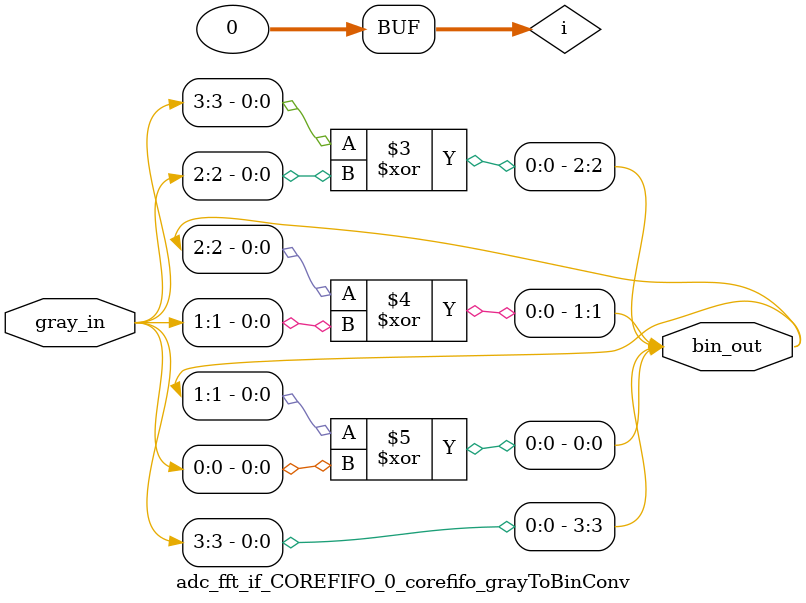
<source format=v>

`timescale 1ns / 100ps

module adc_fft_if_COREFIFO_0_corefifo_grayToBinConv(
                                         gray_in,
                                         bin_out
                                        );

   // --------------------------------------------------------------------------
   // Parameter Declaration
   // --------------------------------------------------------------------------
   parameter ADDRWIDTH  = 3;
   parameter SYNC_RESET = 0;   

   // --------------------------------------------------------------------------
   // I/O Declaration
   // --------------------------------------------------------------------------

   //--------
   // Inputs
   //--------
   input [ADDRWIDTH:0]    gray_in;

   //---------
   // Outputs
   //---------
   output [ADDRWIDTH:0] bin_out;

   // --------------------------------------------------------------------------
   // Internal signals
   // --------------------------------------------------------------------------
   reg [ADDRWIDTH:0]      bin_out;   
   integer                i;
   

   // --------------------------------------------------------------------------
   //                               Start - of - Code
   // --------------------------------------------------------------------------


   // --------------------------------------------------------------------------
   // Logic to Convert the Gray code to Binary
   // --------------------------------------------------------------------------
   always @(*) begin

      bin_out[ADDRWIDTH]  = gray_in[ADDRWIDTH];      

      for(i=ADDRWIDTH;i>0;i = i-1) begin
         bin_out[i-1]     = (bin_out[i] ^ gray_in[i-1]);
      end

   end

endmodule // corefifo_grayToBinConv

// --------------------------------------------------------------------------
//                             End - of - Code
// --------------------------------------------------------------------------

</source>
